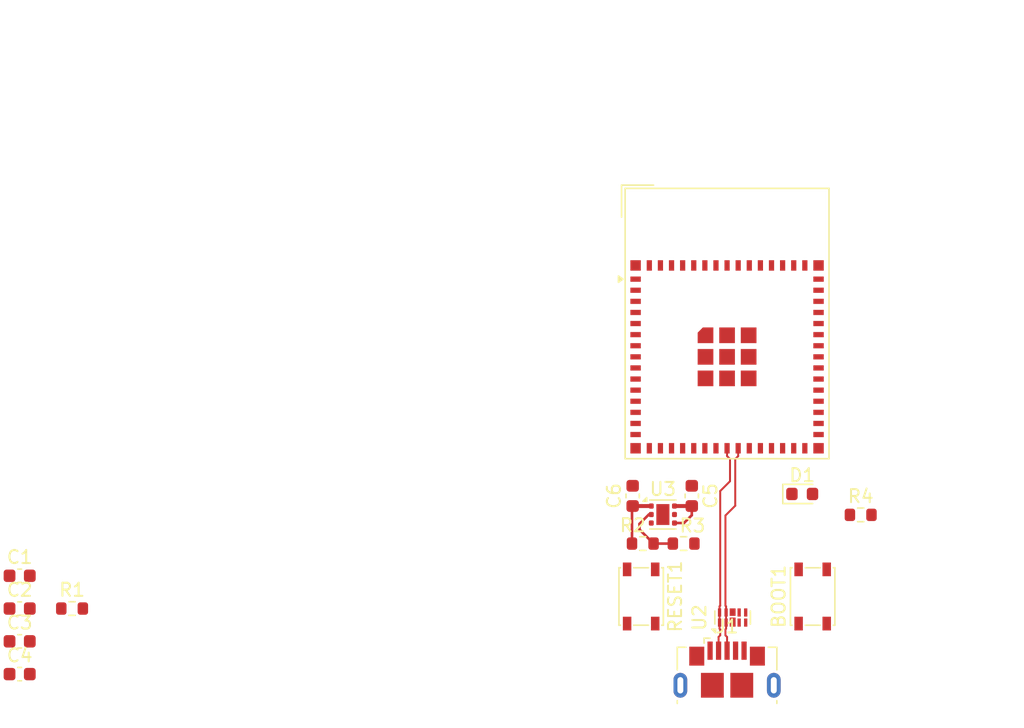
<source format=kicad_pcb>
(kicad_pcb (version 20241229) (generator "pcbnew") (generator_version "9.0")
  (layers (0 "F.Cu" signal) (2 "B.Cu" signal) (13 "F.Paste" user) (15 "B.Paste" user) (5 "F.SilkS" user "F.Silkscreen") (7 "B.SilkS" user "B.Silkscreen") (1 "F.Mask" user) (3 "B.Mask" user) (25 "Edge.Cuts" user))
  (net 0 "")
  (net 3 "GND")
  (net 7 "/EN")
  (net 14 "/USB_N")
  (net 19 "/BOOT")
  (net 26 "/3V3")
  (net 27 "/USB_P")
  (net 45 "/5VUSB")
  (net 47 "Net-(U3-FB)")
  (net 48 "Net-(D1-A)")
  (footprint "Resistor_SMD:R_0603_1608Metric" (layer "F.Cu") (at 48.5275 84.425)
    (property "Reference" "R1" (at 0 -1.43 0) (layer "F.SilkS"))
    (property "Value" "10k" (hide yes))
    (fp_line (start -0.237258 -0.5225) (end 0.237258 -0.5225) (stroke (width 0.12)) (layer "F.SilkS"))
    (fp_line (start -0.237258 0.5225) (end 0.237258 0.5225) (stroke (width 0.12)) (layer "F.SilkS"))
    (pad "1" smd roundrect (at -0.825 0) (size 0.8 0.95) (layers "F.Cu" "F.Mask" "F.Paste") (net 26 "/3V3"))
    (pad "2" smd roundrect (at 0.825 0) (size 0.8 0.95) (layers "F.Cu" "F.Mask" "F.Paste") (net 7 "/EN"))
  )
  (footprint "Capacitor_SMD:C_0603_1608Metric" (layer "F.Cu") (at 44.5175 81.915)
    (property "Reference" "C1" (at 0 -1.43 0) (layer "F.SilkS"))
    (property "Value" "0.1uF" (hide yes))
    (fp_line (start -0.14058 -0.51) (end 0.14058 -0.51) (stroke (width 0.12)) (layer "F.SilkS"))
    (fp_line (start -0.14058 0.51) (end 0.14058 0.51) (stroke (width 0.12)) (layer "F.SilkS"))
    (pad "1" smd roundrect (at -0.775 0) (size 0.9 0.95) (layers "F.Cu" "F.Mask" "F.Paste") (net 26 "/3V3"))
    (pad "2" smd roundrect (at 0.775 0) (size 0.9 0.95) (layers "F.Cu" "F.Mask" "F.Paste") (net 3 "GND"))
  )
  (footprint "Capacitor_SMD:C_0603_1608Metric" (layer "F.Cu") (at 44.5175 84.425)
    (property "Reference" "C2" (at 0 -1.43 0) (layer "F.SilkS"))
    (property "Value" "10uF" (hide yes))
    (fp_line (start -0.14058 -0.51) (end 0.14058 -0.51) (stroke (width 0.12)) (layer "F.SilkS"))
    (fp_line (start -0.14058 0.51) (end 0.14058 0.51) (stroke (width 0.12)) (layer "F.SilkS"))
    (pad "1" smd roundrect (at -0.775 0) (size 0.9 0.95) (layers "F.Cu" "F.Mask" "F.Paste") (net 26 "/3V3"))
    (pad "2" smd roundrect (at 0.775 0) (size 0.9 0.95) (layers "F.Cu" "F.Mask" "F.Paste") (net 3 "GND"))
  )
  (footprint "Resistor_SMD:R_0603_1608Metric" (layer "F.Cu") (at 108.875 77.25)
    (property "Reference" "R4" (at 0 -1.425 0) (layer "F.SilkS"))
    (property "Value" "5.1k" (hide yes))
    (fp_line (start -0.237258 -0.5225) (end 0.237258 -0.5225) (stroke (width 0.12)) (layer "F.SilkS"))
    (fp_line (start -0.237258 0.5225) (end 0.237258 0.5225) (stroke (width 0.12)) (layer "F.SilkS"))
    (pad "1" smd roundrect (at -0.825 0) (size 0.8 0.95) (layers "F.Cu" "F.Mask" "F.Paste") (net 48 "Net-(D1-A)"))
    (pad "2" smd roundrect (at 0.825 0) (size 0.8 0.95) (layers "F.Cu" "F.Mask" "F.Paste") (net 26 "/3V3"))
  )
  (footprint "LED_SMD:LED_0603_1608Metric" (layer "F.Cu") (at 104.4 75.65)
    (property "Reference" "D1" (at 0 -1.43 0) (layer "F.SilkS"))
    (property "Value" "LED" (hide yes))
    (fp_line (start -1.485 -0.735) (end -1.485 0.735) (stroke (width 0.12)) (layer "F.SilkS"))
    (fp_line (start -1.485 0.735) (end 0.8 0.735) (stroke (width 0.12)) (layer "F.SilkS"))
    (fp_line (start 0.8 -0.735) (end -1.485 -0.735) (stroke (width 0.12)) (layer "F.SilkS"))
    (pad "1" smd roundrect (at -0.7875 0) (size 0.875 0.95) (layers "F.Cu" "F.Mask" "F.Paste") (net 3 "GND"))
    (pad "2" smd roundrect (at 0.7875 0) (size 0.875 0.95) (layers "F.Cu" "F.Mask" "F.Paste") (net 48 "Net-(D1-A)"))
  )
  (footprint "Package_SON:WSON-6-1EP_2x2mm_P0.65mm_EP1x1.6mm" (layer "F.Cu") (at 93.7375 77.225)
    (property "Reference" "U3" (at 0 -1.95 0) (layer "F.SilkS"))
    (property "Value" "TLV75801PDRV" (hide yes))
    (fp_line (start -1 -1.11) (end 1 -1.11) (stroke (width 0.12)) (layer "F.SilkS"))
    (fp_line (start -1 1.11) (end 1 1.11) (stroke (width 0.12)) (layer "F.SilkS"))
    (fp_poly (pts (xy -1.24 -1.01) (xy -1.52 -1.01) (xy -1.24 -1.29) (xy -1.24 -1.01)) (stroke (width 0.12)) (fill yes) (layer "F.SilkS"))
    (pad "1" smd roundrect (at -0.8875 -0.65) (size 0.375 0.4) (layers "F.Cu" "F.Mask" "F.Paste") (net 26 "/3V3"))
    (pad "2" smd roundrect (at -0.8875 0) (size 0.375 0.4) (layers "F.Cu" "F.Mask" "F.Paste") (net 47 "Net-(U3-FB)"))
    (pad "3" smd roundrect (at -0.8875 0.65) (size 0.375 0.4) (layers "F.Cu" "F.Mask" "F.Paste") (net 3 "GND"))
    (pad "4" smd roundrect (at 0.8875 0.65) (size 0.375 0.4) (layers "F.Cu" "F.Mask" "F.Paste") (net 45 "/5VUSB"))
    (pad "5" smd roundrect (at 0.8875 0) (size 0.375 0.4) (layers "F.Cu" "F.Mask" "F.Paste"))
    (pad "6" smd roundrect (at 0.8875 -0.65) (size 0.375 0.4) (layers "F.Cu" "F.Mask" "F.Paste") (net 45 "/5VUSB"))
    (pad "7" smd rect (at 0 0) (size 1 1.6) (property pad_prop_heatsink) (layers "F.Cu" "F.Mask") (net 3 "GND"))
  )
  (footprint "Button_Switch_SMD:SW_SPST_PTS810" (layer "F.Cu") (at 105.2 83.5 90)
    (property "Reference" "BOOT1" (at 0 -2.6 90) (layer "F.SilkS"))
    (property "Value" "SW_MEC_5E" (hide yes))
    (fp_line (start 2.2 -1.7) (end -2.2 -1.7) (stroke (width 0.12)) (layer "F.SilkS"))
    (fp_line (start -2.2 -1.7) (end -2.2 -1.58) (stroke (width 0.12)) (layer "F.SilkS"))
    (fp_line (start 2.2 -1.58) (end 2.2 -1.7) (stroke (width 0.12)) (layer "F.SilkS"))
    (fp_line (start -2.2 -0.57) (end -2.2 0.57) (stroke (width 0.12)) (layer "F.SilkS"))
    (fp_line (start 2.2 0.57) (end 2.2 -0.57) (stroke (width 0.12)) (layer "F.SilkS"))
    (fp_line (start -2.2 1.58) (end -2.2 1.7) (stroke (width 0.12)) (layer "F.SilkS"))
    (fp_line (start 2.2 1.7) (end 2.2 1.58) (stroke (width 0.12)) (layer "F.SilkS"))
    (fp_line (start -2.2 1.7) (end 2.2 1.7) (stroke (width 0.12)) (layer "F.SilkS"))
    (pad "1" smd rect (at -2.075 -1.075 90) (size 1.05 0.65) (layers "F.Cu" "F.Mask" "F.Paste") (net 3 "GND"))
    (pad "1" smd rect (at 2.075 -1.075 90) (size 1.05 0.65) (layers "F.Cu" "F.Mask" "F.Paste") (net 3 "GND"))
    (pad "2" smd rect (at -2.075 1.075 90) (size 1.05 0.65) (layers "F.Cu" "F.Mask" "F.Paste") (net 3 "GND"))
    (pad "2" smd rect (at 2.075 1.075 90) (size 1.05 0.65) (layers "F.Cu" "F.Mask" "F.Paste") (net 3 "GND"))
  )
  (footprint "Resistor_SMD:R_0603_1608Metric" (layer "F.Cu") (at 92.2 79.45)
    (property "Reference" "R2" (at -0.775 -1.4 0) (layer "F.SilkS"))
    (property "Value" "1M" (hide yes))
    (fp_line (start -0.237258 -0.5225) (end 0.237258 -0.5225) (stroke (width 0.12)) (layer "F.SilkS"))
    (fp_line (start -0.237258 0.5225) (end 0.237258 0.5225) (stroke (width 0.12)) (layer "F.SilkS"))
    (pad "1" smd roundrect (at -0.825 0) (size 0.8 0.95) (layers "F.Cu" "F.Mask" "F.Paste") (net 26 "/3V3"))
    (pad "2" smd roundrect (at 0.825 0) (size 0.8 0.95) (layers "F.Cu" "F.Mask" "F.Paste") (net 47 "Net-(U3-FB)"))
  )
  (footprint "Resistor_SMD:R_0603_1608Metric" (layer "F.Cu") (at 95.325 79.45)
    (property "Reference" "R3" (at 0.675 -1.375 0) (layer "F.SilkS"))
    (property "Value" "200k" (hide yes))
    (fp_line (start -0.237258 -0.5225) (end 0.237258 -0.5225) (stroke (width 0.12)) (layer "F.SilkS"))
    (fp_line (start -0.237258 0.5225) (end 0.237258 0.5225) (stroke (width 0.12)) (layer "F.SilkS"))
    (pad "1" smd roundrect (at -0.825 0) (size 0.8 0.95) (layers "F.Cu" "F.Mask" "F.Paste") (net 47 "Net-(U3-FB)"))
    (pad "2" smd roundrect (at 0.825 0) (size 0.8 0.95) (layers "F.Cu" "F.Mask" "F.Paste") (net 3 "GND"))
  )
  (footprint "Capacitor_SMD:C_0603_1608Metric" (layer "F.Cu") (at 95.95 75.8 90)
    (property "Reference" "C5" (at 0 1.425 90) (layer "F.SilkS"))
    (property "Value" "10uF" (hide yes))
    (fp_line (start -0.14058 -0.51) (end 0.14058 -0.51) (stroke (width 0.12)) (layer "F.SilkS"))
    (fp_line (start -0.14058 0.51) (end 0.14058 0.51) (stroke (width 0.12)) (layer "F.SilkS"))
    (pad "1" smd roundrect (at -0.775 0 90) (size 0.9 0.95) (layers "F.Cu" "F.Mask" "F.Paste") (net 45 "/5VUSB"))
    (pad "2" smd roundrect (at 0.775 0 90) (size 0.9 0.95) (layers "F.Cu" "F.Mask" "F.Paste") (net 3 "GND"))
  )
  (footprint "Capacitor_SMD:C_0603_1608Metric" (layer "F.Cu") (at 44.5175 89.445)
    (property "Reference" "C4" (at 0 -1.43 0) (layer "F.SilkS"))
    (property "Value" "0.1uF" (hide yes))
    (fp_line (start -0.14058 -0.51) (end 0.14058 -0.51) (stroke (width 0.12)) (layer "F.SilkS"))
    (fp_line (start -0.14058 0.51) (end 0.14058 0.51) (stroke (width 0.12)) (layer "F.SilkS"))
    (pad "1" smd roundrect (at -0.775 0) (size 0.9 0.95) (layers "F.Cu" "F.Mask" "F.Paste") (net 19 "/BOOT"))
    (pad "2" smd roundrect (at 0.775 0) (size 0.9 0.95) (layers "F.Cu" "F.Mask" "F.Paste") (net 3 "GND"))
  )
  (footprint "Capacitor_SMD:C_0603_1608Metric" (layer "F.Cu") (at 91.425 75.8 90)
    (property "Reference" "C6" (at 0 -1.43 90) (layer "F.SilkS"))
    (property "Value" "10uF" (hide yes))
    (fp_line (start -0.14058 -0.51) (end 0.14058 -0.51) (stroke (width 0.12)) (layer "F.SilkS"))
    (fp_line (start -0.14058 0.51) (end 0.14058 0.51) (stroke (width 0.12)) (layer "F.SilkS"))
    (pad "1" smd roundrect (at -0.775 0 90) (size 0.9 0.95) (layers "F.Cu" "F.Mask" "F.Paste") (net 26 "/3V3"))
    (pad "2" smd roundrect (at 0.775 0 90) (size 0.9 0.95) (layers "F.Cu" "F.Mask" "F.Paste") (net 3 "GND"))
  )
  (footprint "Connector_USB:USB_Micro-B_GCT_USB3076-30-A" (layer "F.Cu") (at 98.65 89.1)
    (property "Reference" "J1" (at 0 -3.3 0) (layer "F.SilkS"))
    (property "Value" "USB_B_Micro" (hide yes))
    (fp_line (start -3.81 -1.71) (end -3.15 -1.71) (stroke (width 0.12)) (layer "F.SilkS"))
    (fp_line (start -3.81 0.02) (end -3.81 -1.71) (stroke (width 0.12)) (layer "F.SilkS"))
    (fp_line (start -3.81 2.59) (end -3.81 2.38) (stroke (width 0.12)) (layer "F.SilkS"))
    (fp_line (start -1.76 -2.41) (end -1.76 -2.02) (stroke (width 0.12)) (layer "F.SilkS"))
    (fp_line (start -1.76 -2.41) (end -1.31 -2.41) (stroke (width 0.12)) (layer "F.SilkS"))
    (fp_line (start 3.81 -1.71) (end 3.16 -1.71) (stroke (width 0.12)) (layer "F.SilkS"))
    (fp_line (start 3.81 0.02) (end 3.81 -1.71) (stroke (width 0.12)) (layer "F.SilkS"))
    (fp_line (start 3.81 2.59) (end 3.81 2.38) (stroke (width 0.12)) (layer "F.SilkS"))
    (pad "1" smd rect (at -1.3 -1.45) (size 0.4 1.4) (layers "F.Cu" "F.Mask" "F.Paste") (net 45 "/5VUSB"))
    (pad "2" smd rect (at -0.65 -1.45) (size 0.4 1.4) (layers "F.Cu" "F.Mask" "F.Paste") (net 14 "/USB_N"))
    (pad "3" smd rect (at 0 -1.45) (size 0.4 1.4) (layers "F.Cu" "F.Mask" "F.Paste") (net 27 "/USB_P"))
    (pad "4" smd rect (at 0.65 -1.45) (size 0.4 1.4) (layers "F.Cu" "F.Mask" "F.Paste"))
    (pad "5" smd rect (at 1.3 -1.45) (size 0.4 1.4) (layers "F.Cu" "F.Mask" "F.Paste") (net 3 "GND"))
    (pad "6" thru_hole oval (at -3.575 1.2 180) (size 1.05 1.9) (drill oval 0.45 1.25) (property pad_prop_heatsink) (layers "*.Cu" "*.Mask") (net 3 "GND"))
    (pad "6" smd rect (at -2.32 -1.03) (size 1.15 1.45) (layers "F.Cu" "F.Mask" "F.Paste") (net 3 "GND"))
    (pad "6" smd rect (at -1.125 1.2) (size 1.75 1.9) (layers "F.Cu" "F.Mask" "F.Paste") (net 3 "GND"))
    (pad "6" smd rect (at 1.125 1.2) (size 1.75 1.9) (layers "F.Cu" "F.Mask" "F.Paste") (net 3 "GND"))
    (pad "6" smd rect (at 2.32 -1.03) (size 1.15 1.45) (layers "F.Cu" "F.Mask" "F.Paste") (net 3 "GND"))
    (pad "6" thru_hole oval (at 3.575 1.2) (size 1.05 1.9) (drill oval 0.45 1.25) (property pad_prop_heatsink) (layers "*.Cu" "*.Mask") (net 3 "GND"))
  )
  (footprint "Capacitor_SMD:C_0603_1608Metric" (layer "F.Cu") (at 44.5175 86.935)
    (property "Reference" "C3" (at 0 -1.43 0) (layer "F.SilkS"))
    (property "Value" "0.1uF" (hide yes))
    (fp_line (start -0.14058 -0.51) (end 0.14058 -0.51) (stroke (width 0.12)) (layer "F.SilkS"))
    (fp_line (start -0.14058 0.51) (end 0.14058 0.51) (stroke (width 0.12)) (layer "F.SilkS"))
    (pad "1" smd roundrect (at -0.775 0) (size 0.9 0.95) (layers "F.Cu" "F.Mask" "F.Paste") (net 7 "/EN"))
    (pad "2" smd roundrect (at 0.775 0) (size 0.9 0.95) (layers "F.Cu" "F.Mask" "F.Paste") (net 3 "GND"))
  )
  (footprint "Package_DFN_QFN:Diodes_UDFN-10_1.0x2.5mm_P0.5mm" (layer "F.Cu") (at 99.075 85.1125 90)
    (property "Reference" "U2" (at 0 -2.54 90) (layer "F.SilkS"))
    (property "Value" "D3V3XA4B10LP" (hide yes))
    (fp_line (start 0.5 -1.36) (end -0.5 -1.36) (stroke (width 0.12)) (layer "F.SilkS"))
    (fp_line (start 0.5 1.36) (end -0.5 1.36) (stroke (width 0.12)) (layer "F.SilkS"))
    (fp_poly (pts (xy -0.89 -1.31) (xy -1.17 -1.31) (xy -0.89 -1.59) (xy -0.89 -1.31)) (stroke (width 0.12)) (fill yes) (layer "F.SilkS"))
    (pad "1" smd rect (at -0.3875 -1) (size 0.25 0.625) (layers "F.Cu" "F.Mask" "F.Paste") (net 14 "/USB_N"))
    (pad "2" smd rect (at -0.3875 -0.5) (size 0.25 0.625) (layers "F.Cu" "F.Mask" "F.Paste") (net 27 "/USB_P"))
    (pad "3" smd rect (at -0.35 0) (size 0.45 0.7) (layers "F.Cu" "F.Mask" "F.Paste") (net 3 "GND"))
    (pad "4" smd rect (at -0.3875 0.5) (size 0.25 0.625) (layers "F.Cu" "F.Mask" "F.Paste") (net 45 "/5VUSB"))
    (pad "5" smd rect (at -0.3875 1) (size 0.25 0.625) (layers "F.Cu" "F.Mask" "F.Paste"))
    (pad "6" smd rect (at 0.3875 1) (size 0.25 0.625) (layers "F.Cu" "F.Mask" "F.Paste"))
    (pad "7" smd rect (at 0.3875 0.5) (size 0.25 0.625) (layers "F.Cu" "F.Mask" "F.Paste") (net 45 "/5VUSB"))
    (pad "8" smd rect (at 0.4125 0) (size 0.45 0.575) (layers "F.Cu" "F.Mask" "F.Paste") (net 3 "GND"))
    (pad "9" smd rect (at 0.3875 -0.5) (size 0.25 0.625) (layers "F.Cu" "F.Mask" "F.Paste") (net 27 "/USB_P"))
    (pad "10" smd rect (at 0.3875 -1) (size 0.25 0.625) (layers "F.Cu" "F.Mask" "F.Paste") (net 14 "/USB_N"))
  )
  (footprint "RF_Module:ESP32-S2-MINI-1" (layer "F.Cu") (at 98.65 62.6)
    (property "Reference" "U1" (hide yes))
    (property "Value" "ESP32-S3-MINI-1" (hide yes))
    (fp_line (start -8.075 -10.6) (end -8.075 -8.15) (stroke (width 0.12)) (layer "F.SilkS"))
    (fp_line (start -8.075 -10.6) (end -5.625 -10.6) (stroke (width 0.12)) (layer "F.SilkS"))
    (fp_line (start -7.8 -10.35) (end 7.8 -10.35) (stroke (width 0.12)) (layer "F.SilkS"))
    (fp_line (start -7.8 10.35) (end -7.8 -10.35) (stroke (width 0.12)) (layer "F.SilkS"))
    (fp_line (start 7.8 -10.35) (end 7.8 10.35) (stroke (width 0.12)) (layer "F.SilkS"))
    (fp_line (start 7.8 10.35) (end -7.8 10.35) (stroke (width 0.12)) (layer "F.SilkS"))
    (fp_poly (pts (xy -7.975 -3.4) (xy -8.311 -3.16) (xy -8.311 -3.64) (xy -7.975 -3.4)) (stroke (width 0.12)) (fill yes) (layer "F.SilkS"))
    (pad "1" smd rect (at -7 -3.4) (size 0.8 0.4) (layers "F.Cu" "F.Mask" "F.Paste") (net 3 "GND"))
    (pad "2" smd rect (at -7 -2.55) (size 0.8 0.4) (layers "F.Cu" "F.Mask" "F.Paste") (net 3 "GND"))
    (pad "3" smd rect (at -7 -1.7) (size 0.8 0.4) (layers "F.Cu" "F.Mask" "F.Paste") (net 26 "/3V3"))
    (pad "4" smd rect (at -7 -0.85) (size 0.8 0.4) (layers "F.Cu" "F.Mask" "F.Paste") (net 19 "/BOOT"))
    (pad "5" smd rect (at -7 0) (size 0.8 0.4) (layers "F.Cu" "F.Mask" "F.Paste"))
    (pad "6" smd rect (at -7 0.85) (size 0.8 0.4) (layers "F.Cu" "F.Mask" "F.Paste"))
    (pad "7" smd rect (at -7 1.7) (size 0.8 0.4) (layers "F.Cu" "F.Mask" "F.Paste"))
    (pad "8" smd rect (at -7 2.55) (size 0.8 0.4) (layers "F.Cu" "F.Mask" "F.Paste"))
    (pad "9" smd rect (at -7 3.4) (size 0.8 0.4) (layers "F.Cu" "F.Mask" "F.Paste"))
    (pad "10" smd rect (at -7 4.25) (size 0.8 0.4) (layers "F.Cu" "F.Mask" "F.Paste"))
    (pad "11" smd rect (at -7 5.1) (size 0.8 0.4) (layers "F.Cu" "F.Mask" "F.Paste"))
    (pad "12" smd rect (at -7 5.95) (size 0.8 0.4) (layers "F.Cu" "F.Mask" "F.Paste"))
    (pad "13" smd rect (at -7 6.8) (size 0.8 0.4) (layers "F.Cu" "F.Mask" "F.Paste"))
    (pad "14" smd rect (at -7 7.65) (size 0.8 0.4) (layers "F.Cu" "F.Mask" "F.Paste"))
    (pad "15" smd rect (at -7 8.5) (size 0.8 0.4) (layers "F.Cu" "F.Mask" "F.Paste"))
    (pad "16" smd rect (at -5.95 9.55 90) (size 0.8 0.4) (layers "F.Cu" "F.Mask" "F.Paste"))
    (pad "17" smd rect (at -5.1 9.55 90) (size 0.8 0.4) (layers "F.Cu" "F.Mask" "F.Paste"))
    (pad "18" smd rect (at -4.25 9.55 90) (size 0.8 0.4) (layers "F.Cu" "F.Mask" "F.Paste"))
    (pad "19" smd rect (at -3.4 9.55 90) (size 0.8 0.4) (layers "F.Cu" "F.Mask" "F.Paste"))
    (pad "20" smd rect (at -2.55 9.55 90) (size 0.8 0.4) (layers "F.Cu" "F.Mask" "F.Paste"))
    (pad "21" smd rect (at -1.7 9.55 90) (size 0.8 0.4) (layers "F.Cu" "F.Mask" "F.Paste"))
    (pad "22" smd rect (at -0.85 9.55 90) (size 0.8 0.4) (layers "F.Cu" "F.Mask" "F.Paste"))
    (pad "23" smd rect (at 0 9.55 90) (size 0.8 0.4) (layers "F.Cu" "F.Mask" "F.Paste") (net 14 "/USB_N"))
    (pad "24" smd rect (at 0.85 9.55 90) (size 0.8 0.4) (layers "F.Cu" "F.Mask" "F.Paste") (net 27 "/USB_P"))
    (pad "25" smd rect (at 1.7 9.55 90) (size 0.8 0.4) (layers "F.Cu" "F.Mask" "F.Paste"))
    (pad "26" smd rect (at 2.55 9.55 90) (size 0.8 0.4) (layers "F.Cu" "F.Mask" "F.Paste"))
    (pad "27" smd rect (at 3.4 9.55 90) (size 0.8 0.4) (layers "F.Cu" "F.Mask" "F.Paste"))
    (pad "28" smd rect (at 4.25 9.55 90) (size 0.8 0.4) (layers "F.Cu" "F.Mask" "F.Paste"))
    (pad "29" smd rect (at 5.1 9.55 90) (size 0.8 0.4) (layers "F.Cu" "F.Mask" "F.Paste"))
    (pad "30" smd rect (at 5.95 9.55 90) (size 0.8 0.4) (layers "F.Cu" "F.Mask" "F.Paste"))
    (pad "31" smd rect (at 7 8.5) (size 0.8 0.4) (layers "F.Cu" "F.Mask" "F.Paste"))
    (pad "32" smd rect (at 7 7.65) (size 0.8 0.4) (layers "F.Cu" "F.Mask" "F.Paste"))
    (pad "33" smd rect (at 7 6.8) (size 0.8 0.4) (layers "F.Cu" "F.Mask" "F.Paste"))
    (pad "34" smd rect (at 7 5.95) (size 0.8 0.4) (layers "F.Cu" "F.Mask" "F.Paste"))
    (pad "35" smd rect (at 7 5.1) (size 0.8 0.4) (layers "F.Cu" "F.Mask" "F.Paste"))
    (pad "36" smd rect (at 7 4.25) (size 0.8 0.4) (layers "F.Cu" "F.Mask" "F.Paste"))
    (pad "37" smd rect (at 7 3.4) (size 0.8 0.4) (layers "F.Cu" "F.Mask" "F.Paste"))
    (pad "38" smd rect (at 7 2.55) (size 0.8 0.4) (layers "F.Cu" "F.Mask" "F.Paste"))
    (pad "39" smd rect (at 7 1.7) (size 0.8 0.4) (layers "F.Cu" "F.Mask" "F.Paste"))
    (pad "40" smd rect (at 7 0.85) (size 0.8 0.4) (layers "F.Cu" "F.Mask" "F.Paste"))
    (pad "41" smd rect (at 7 0) (size 0.8 0.4) (layers "F.Cu" "F.Mask" "F.Paste"))
    (pad "42" smd rect (at 7 -0.85) (size 0.8 0.4) (layers "F.Cu" "F.Mask" "F.Paste") (net 3 "GND"))
    (pad "43" smd rect (at 7 -1.7) (size 0.8 0.4) (layers "F.Cu" "F.Mask" "F.Paste") (net 3 "GND"))
    (pad "44" smd rect (at 7 -2.55) (size 0.8 0.4) (layers "F.Cu" "F.Mask" "F.Paste"))
    (pad "45" smd rect (at 7 -3.4) (size 0.8 0.4) (layers "F.Cu" "F.Mask" "F.Paste") (net 7 "/EN"))
    (pad "46" smd rect (at 5.95 -4.45 90) (size 0.8 0.4) (layers "F.Cu" "F.Mask" "F.Paste") (net 3 "GND"))
    (pad "47" smd rect (at 5.1 -4.45 90) (size 0.8 0.4) (layers "F.Cu" "F.Mask" "F.Paste") (net 3 "GND"))
    (pad "48" smd rect (at 4.25 -4.45 90) (size 0.8 0.4) (layers "F.Cu" "F.Mask" "F.Paste") (net 3 "GND"))
    (pad "49" smd rect (at 3.4 -4.45 90) (size 0.8 0.4) (layers "F.Cu" "F.Mask" "F.Paste") (net 3 "GND"))
    (pad "50" smd rect (at 2.55 -4.45 90) (size 0.8 0.4) (layers "F.Cu" "F.Mask" "F.Paste") (net 3 "GND"))
    (pad "51" smd rect (at 1.7 -4.45 90) (size 0.8 0.4) (layers "F.Cu" "F.Mask" "F.Paste") (net 3 "GND"))
    (pad "52" smd rect (at 0.85 -4.45 90) (size 0.8 0.4) (layers "F.Cu" "F.Mask" "F.Paste") (net 3 "GND"))
    (pad "53" smd rect (at 0 -4.45 90) (size 0.8 0.4) (layers "F.Cu" "F.Mask" "F.Paste") (net 3 "GND"))
    (pad "54" smd rect (at -0.85 -4.45 90) (size 0.8 0.4) (layers "F.Cu" "F.Mask" "F.Paste") (net 3 "GND"))
    (pad "55" smd rect (at -1.7 -4.45 90) (size 0.8 0.4) (layers "F.Cu" "F.Mask" "F.Paste") (net 3 "GND"))
    (pad "56" smd rect (at -2.55 -4.45 90) (size 0.8 0.4) (layers "F.Cu" "F.Mask" "F.Paste") (net 3 "GND"))
    (pad "57" smd rect (at -3.4 -4.45 90) (size 0.8 0.4) (layers "F.Cu" "F.Mask" "F.Paste") (net 3 "GND"))
    (pad "58" smd rect (at -4.25 -4.45 90) (size 0.8 0.4) (layers "F.Cu" "F.Mask" "F.Paste") (net 3 "GND"))
    (pad "59" smd rect (at -5.1 -4.45 90) (size 0.8 0.4) (layers "F.Cu" "F.Mask" "F.Paste") (net 3 "GND"))
    (pad "60" smd rect (at -5.95 -4.45 90) (size 0.8 0.4) (layers "F.Cu" "F.Mask" "F.Paste") (net 3 "GND"))
    (pad "61" smd roundrect (at -1.65 0.9) (size 1.2 1.2) (property pad_prop_heatsink) (layers "F.Cu" "F.Mask" "F.Paste") (roundrect_rratio 0) (chamfer_ratio 0.33) (chamfer top_left) (net 3 "GND"))
    (pad "61" smd rect (at -1.65 2.55) (size 1.2 1.2) (property pad_prop_heatsink) (layers "F.Cu" "F.Mask" "F.Paste") (net 3 "GND"))
    (pad "61" smd rect (at -1.65 4.2) (size 1.2 1.2) (property pad_prop_heatsink) (layers "F.Cu" "F.Mask" "F.Paste") (net 3 "GND"))
    (pad "61" smd rect (at 0 0.9) (size 1.2 1.2) (property pad_prop_heatsink) (layers "F.Cu" "F.Mask" "F.Paste") (net 3 "GND"))
    (pad "61" smd rect (at 0 2.55) (size 1.2 1.2) (property pad_prop_heatsink) (layers "F.Cu" "F.Mask" "F.Paste") (net 3 "GND"))
    (pad "61" smd rect (at 0 4.2) (size 1.2 1.2) (property pad_prop_heatsink) (layers "F.Cu" "F.Mask" "F.Paste") (net 3 "GND"))
    (pad "61" smd rect (at 1.65 0.9) (size 1.2 1.2) (property pad_prop_heatsink) (layers "F.Cu" "F.Mask" "F.Paste") (net 3 "GND"))
    (pad "61" smd rect (at 1.65 2.55) (size 1.2 1.2) (property pad_prop_heatsink) (layers "F.Cu" "F.Mask" "F.Paste") (net 3 "GND"))
    (pad "61" smd rect (at 1.65 4.2) (size 1.2 1.2) (property pad_prop_heatsink) (layers "F.Cu" "F.Mask" "F.Paste") (net 3 "GND"))
    (pad "62" smd rect (at -7 -4.45) (size 0.8 0.8) (layers "F.Cu" "F.Mask" "F.Paste") (net 3 "GND"))
    (pad "63" smd rect (at -7 9.55) (size 0.8 0.8) (layers "F.Cu" "F.Mask" "F.Paste") (net 3 "GND"))
    (pad "64" smd rect (at 7 9.55) (size 0.8 0.8) (layers "F.Cu" "F.Mask" "F.Paste") (net 3 "GND"))
    (pad "65" smd rect (at 7 -4.45) (size 0.8 0.8) (layers "F.Cu" "F.Mask" "F.Paste") (net 3 "GND"))
  )
  (footprint "Button_Switch_SMD:SW_SPST_PTS810" (layer "F.Cu") (at 92.075 83.5 -90)
    (property "Reference" "RESET1" (at 0 -2.6 90) (layer "F.SilkS"))
    (property "Value" "SW_MEC_5E" (hide yes))
    (fp_line (start -2.2 1.7) (end 2.2 1.7) (stroke (width 0.12)) (layer "F.SilkS"))
    (fp_line (start 2.2 1.7) (end 2.2 1.58) (stroke (width 0.12)) (layer "F.SilkS"))
    (fp_line (start -2.2 1.58) (end -2.2 1.7) (stroke (width 0.12)) (layer "F.SilkS"))
    (fp_line (start 2.2 0.57) (end 2.2 -0.57) (stroke (width 0.12)) (layer "F.SilkS"))
    (fp_line (start -2.2 -0.57) (end -2.2 0.57) (stroke (width 0.12)) (layer "F.SilkS"))
    (fp_line (start 2.2 -1.58) (end 2.2 -1.7) (stroke (width 0.12)) (layer "F.SilkS"))
    (fp_line (start -2.2 -1.7) (end -2.2 -1.58) (stroke (width 0.12)) (layer "F.SilkS"))
    (fp_line (start 2.2 -1.7) (end -2.2 -1.7) (stroke (width 0.12)) (layer "F.SilkS"))
    (pad "1" smd rect (at -2.075 -1.075 270) (size 1.05 0.65) (layers "F.Cu" "F.Mask" "F.Paste") (net 3 "GND"))
    (pad "1" smd rect (at 2.075 -1.075 270) (size 1.05 0.65) (layers "F.Cu" "F.Mask" "F.Paste") (net 3 "GND"))
    (pad "2" smd rect (at -2.075 1.075 270) (size 1.05 0.65) (layers "F.Cu" "F.Mask" "F.Paste") (net 3 "GND"))
    (pad "2" smd rect (at 2.075 1.075 270) (size 1.05 0.65) (layers "F.Cu" "F.Mask" "F.Paste") (net 3 "GND"))
  )
  (segment (start 98.075 84.725) (end 98.075 85.5) (width 0.15) (layer "F.Cu") (net 14))
  (segment (start 98.125 84.206249) (end 98.075 84.256249) (width 0.15) (layer "F.Cu") (net 14))
  (segment (start 98.075 85.5) (end 98.075 85.968751) (width 0.15) (layer "F.Cu") (net 14))
  (segment (start 98.125 86.018751) (end 98.125 86.474999) (width 0.15) (layer "F.Cu") (net 14))
  (segment (start 98.875 74.675) (end 98.125 75.425) (width 0.15) (layer "F.Cu") (net 14))
  (segment (start 98.125 86.474999) (end 98 86.599999) (width 0.15) (layer "F.Cu") (net 14))
  (segment (start 98 86.599999) (end 98 87.65) (width 0.15) (layer "F.Cu") (net 14))
  (segment (start 98.125 75.425) (end 98.125 84.206249) (width 0.15) (layer "F.Cu") (net 14))
  (segment (start 98.075 84.256249) (end 98.075 84.725) (width 0.15) (layer "F.Cu") (net 14))
  (segment (start 98.65 72.750001) (end 98.875 72.975001) (width 0.15) (layer "F.Cu") (net 14))
  (segment (start 98.65 72.15) (end 98.65 72.750001) (width 0.15) (layer "F.Cu") (net 14))
  (segment (start 98.875 72.975001) (end 98.875 74.675) (width 0.15) (layer "F.Cu") (net 14))
  (segment (start 98.075 85.968751) (end 98.125 86.018751) (width 0.15) (layer "F.Cu") (net 14))
  (segment (start 92.85 76.575) (end 91.425 76.575) (width 0.3048) (layer "F.Cu") (net 26))
  (segment (start 91.375 79.45) (end 91.375 76.625) (width 0.2) (layer "F.Cu") (net 26))
  (segment (start 91.375 76.625) (end 91.425 76.575) (width 0.2) (layer "F.Cu") (net 26))
  (segment (start 99.275 72.975001) (end 99.5 72.750001) (width 0.15) (layer "F.Cu") (net 27))
  (segment (start 99.5 72.750001) (end 99.5 72.15) (width 0.15) (layer "F.Cu") (net 27))
  (segment (start 98.575 85.5) (end 98.575 85.968751) (width 0.15) (layer "F.Cu") (net 27))
  (segment (start 98.575 85.968751) (end 98.525 86.018751) (width 0.15) (layer "F.Cu") (net 27))
  (segment (start 98.525 77.3) (end 99.275 76.55) (width 0.15) (layer "F.Cu") (net 27))
  (segment (start 98.575 84.725) (end 98.575 84.256249) (width 0.15) (layer "F.Cu") (net 27))
  (segment (start 98.575 84.256249) (end 98.525 84.206249) (width 0.15) (layer "F.Cu") (net 27))
  (segment (start 98.575 84.725) (end 98.575 85.5) (width 0.15) (layer "F.Cu") (net 27))
  (segment (start 98.525 86.018751) (end 98.525 86.474999) (width 0.15) (layer "F.Cu") (net 27))
  (segment (start 98.65 86.599999) (end 98.65 87.65) (width 0.15) (layer "F.Cu") (net 27))
  (segment (start 98.525 86.474999) (end 98.65 86.599999) (width 0.15) (layer "F.Cu") (net 27))
  (segment (start 98.525 84.206249) (end 98.525 77.3) (width 0.15) (layer "F.Cu") (net 27))
  (segment (start 99.275 76.55) (end 99.275 72.975001) (width 0.15) (layer "F.Cu") (net 27))
  (segment (start 94.625 76.575) (end 95.95 76.575) (width 0.3048) (layer "F.Cu") (net 45))
  (segment (start 95.95 77.275) (end 95.95 76.575) (width 0.2) (layer "F.Cu") (net 45))
  (segment (start 95.35 77.875) (end 95.95 77.275) (width 0.2) (layer "F.Cu") (net 45))
  (segment (start 94.625 77.875) (end 95.35 77.875) (width 0.2) (layer "F.Cu") (net 45))
  (segment (start 91.95 77.937501) (end 91.95 78.375) (width 0.2) (layer "F.Cu") (net 47))
  (segment (start 92.662501 77.225) (end 91.95 77.937501) (width 0.2) (layer "F.Cu") (net 47))
  (segment (start 91.95 78.375) (end 93.025 79.45) (width 0.2) (layer "F.Cu") (net 47))
  (segment (start 93.025 79.45) (end 94.5 79.45) (width 0.2) (layer "F.Cu") (net 47))
  (segment (start 92.85 77.225) (end 92.662501 77.225) (width 0.2) (layer "F.Cu") (net 47))
)
</source>
